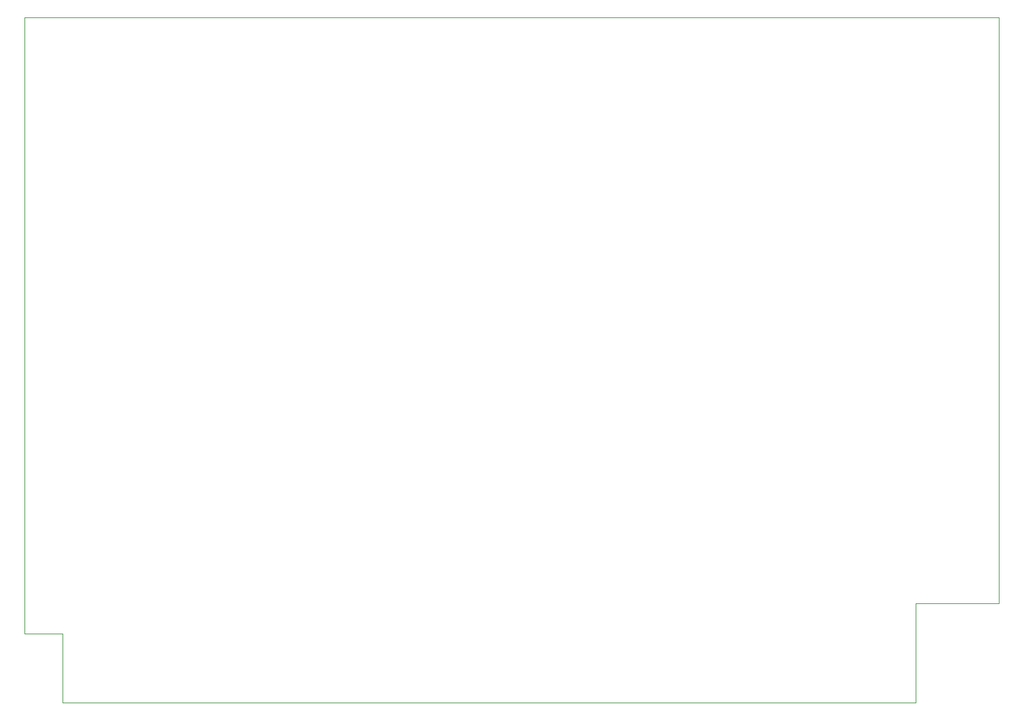
<source format=gko>
G04*
G04 #@! TF.GenerationSoftware,Altium Limited,Altium NEXUS,2.0.14 (187)*
G04*
G04 Layer_Color=16711935*
%FSLAX44Y44*%
%MOMM*%
G71*
G01*
G75*
%ADD16C,0.1000*%
D16*
X50000Y0D02*
X227250D01*
Y250D02*
X319000D01*
X227250Y0D02*
Y250D01*
X50000Y0D02*
Y89500D01*
X49500Y90000D02*
X50000Y89500D01*
X0Y90000D02*
X49500D01*
X1170000Y130500D02*
X1279000D01*
X1279250Y900000D01*
X-0D02*
X0Y90000D01*
X319000Y0D02*
X1170000Y0D01*
X-0Y900000D02*
X1279250D01*
X1170000Y0D02*
X1170000Y130500D01*
M02*

</source>
